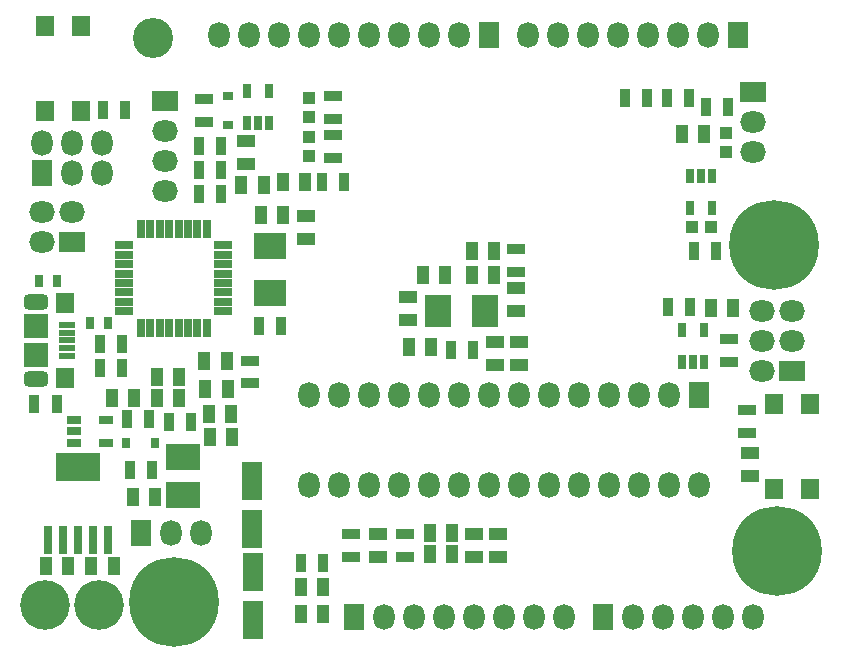
<source format=gts>
G04*
G04 #@! TF.GenerationSoftware,Altium Limited,Altium Designer,22.7.1 (60)*
G04*
G04 Layer_Color=8388736*
%FSLAX44Y44*%
%MOMM*%
G71*
G04*
G04 #@! TF.SameCoordinates,93D02D30-53BF-4241-BF36-2AC50CD89F1B*
G04*
G04*
G04 #@! TF.FilePolarity,Negative*
G04*
G01*
G75*
%ADD37R,0.7588X0.8858*%
%ADD38R,0.8858X0.7588*%
%ADD39R,1.4500X0.5000*%
%ADD40R,1.6000X1.8000*%
%ADD41R,2.1000X2.1000*%
%ADD42R,0.9000X1.5000*%
%ADD43R,0.7500X1.2000*%
%ADD44R,1.5000X0.9000*%
%ADD45R,1.1000X1.5000*%
%ADD46R,0.8000X1.1000*%
%ADD47R,1.6200X0.6700*%
%ADD48R,0.6700X1.6200*%
%ADD49R,1.5000X1.1000*%
%ADD50R,1.0000X1.0000*%
%ADD51R,1.0000X1.0000*%
%ADD52R,1.6000X1.8000*%
%ADD53R,2.2000X2.7000*%
%ADD54R,2.7000X2.2000*%
%ADD55R,1.2000X0.7500*%
%ADD56R,3.7000X2.4000*%
%ADD57R,0.8000X2.4000*%
%ADD58R,2.9000X2.2000*%
%ADD59R,1.8000X3.2000*%
%ADD60O,2.2000X1.8000*%
%ADD61R,2.2000X1.8000*%
%ADD62O,1.8000X2.2000*%
%ADD63R,1.8000X2.2000*%
%ADD64C,4.2000*%
G04:AMPARAMS|DCode=65|XSize=2.1mm|YSize=1.3mm|CornerRadius=0.41mm|HoleSize=0mm|Usage=FLASHONLY|Rotation=0.000|XOffset=0mm|YOffset=0mm|HoleType=Round|Shape=RoundedRectangle|*
%AMROUNDEDRECTD65*
21,1,2.1000,0.4800,0,0,0.0*
21,1,1.2800,1.3000,0,0,0.0*
1,1,0.8200,0.6400,-0.2400*
1,1,0.8200,-0.6400,-0.2400*
1,1,0.8200,-0.6400,0.2400*
1,1,0.8200,0.6400,0.2400*
%
%ADD65ROUNDEDRECTD65*%
%ADD66C,3.4000*%
%ADD67C,7.6000*%
D37*
X94488Y172720D02*
D03*
X118872D02*
D03*
D38*
X180340Y466852D02*
D03*
Y442468D02*
D03*
D39*
X44530Y272780D02*
D03*
Y266280D02*
D03*
Y259780D02*
D03*
Y253280D02*
D03*
Y246780D02*
D03*
D40*
X42280Y291780D02*
D03*
Y227780D02*
D03*
D41*
X17780Y271780D02*
D03*
Y247780D02*
D03*
D42*
X571750Y288500D02*
D03*
X552750D02*
D03*
X259740Y393700D02*
D03*
X278740D02*
D03*
X155600Y424180D02*
D03*
X174600D02*
D03*
X116180Y149860D02*
D03*
X97180D02*
D03*
X113640Y193040D02*
D03*
X94640D02*
D03*
X155600Y403860D02*
D03*
X174600D02*
D03*
X241960Y71120D02*
D03*
X260960D02*
D03*
X603860Y457200D02*
D03*
X584860D02*
D03*
X574700Y335280D02*
D03*
X593700D02*
D03*
X368960Y251460D02*
D03*
X387960D02*
D03*
X516280Y464820D02*
D03*
X535280D02*
D03*
X551840D02*
D03*
X570840D02*
D03*
X206400Y271780D02*
D03*
X225400D02*
D03*
X155600Y383540D02*
D03*
X174600D02*
D03*
X93320Y454660D02*
D03*
X74320D02*
D03*
X16560Y205740D02*
D03*
X35560D02*
D03*
X71780Y256540D02*
D03*
X90780D02*
D03*
X71780Y236220D02*
D03*
X90780D02*
D03*
X130200Y190500D02*
D03*
X149200D02*
D03*
D43*
X583750Y241500D02*
D03*
X574250D02*
D03*
X564750D02*
D03*
X583750Y268500D02*
D03*
X564750D02*
D03*
X215240Y443700D02*
D03*
X205740D02*
D03*
X196240D02*
D03*
X215240Y470700D02*
D03*
X196240D02*
D03*
X571500Y398780D02*
D03*
X581000D02*
D03*
X590500D02*
D03*
X571500Y371780D02*
D03*
X590500D02*
D03*
D44*
X619760Y200660D02*
D03*
Y181660D02*
D03*
X160020Y464160D02*
D03*
Y445160D02*
D03*
X604520Y241960D02*
D03*
Y260960D02*
D03*
X330200Y95860D02*
D03*
Y76860D02*
D03*
X269240Y433680D02*
D03*
Y414680D02*
D03*
Y466700D02*
D03*
Y447700D02*
D03*
X284480Y95860D02*
D03*
Y76860D02*
D03*
X424180Y318160D02*
D03*
Y337160D02*
D03*
X199000Y242750D02*
D03*
Y223750D02*
D03*
D45*
X226720Y393700D02*
D03*
X245720D02*
D03*
X165000Y178250D02*
D03*
X184000D02*
D03*
X100940Y210820D02*
D03*
X81940D02*
D03*
X210820Y391160D02*
D03*
X191820D02*
D03*
X608280Y287020D02*
D03*
X589280D02*
D03*
X118720Y127000D02*
D03*
X99720D02*
D03*
X64820Y68580D02*
D03*
X83820D02*
D03*
X26060D02*
D03*
X45060D02*
D03*
X364440Y314960D02*
D03*
X345440D02*
D03*
X352400Y254000D02*
D03*
X333400D02*
D03*
X351180Y78740D02*
D03*
X370180D02*
D03*
X405740Y314960D02*
D03*
X386740D02*
D03*
X241960Y27940D02*
D03*
X260960D02*
D03*
X260960Y50800D02*
D03*
X241960D02*
D03*
X351180Y96520D02*
D03*
X370180D02*
D03*
X386740Y335280D02*
D03*
X405740D02*
D03*
X227280Y365760D02*
D03*
X208280D02*
D03*
X564540Y434340D02*
D03*
X583540D02*
D03*
X160250Y242000D02*
D03*
X179250D02*
D03*
X139040Y228600D02*
D03*
X120040D02*
D03*
X139040Y210820D02*
D03*
X120040D02*
D03*
X161250Y218500D02*
D03*
X180250D02*
D03*
X164250Y197500D02*
D03*
X183250D02*
D03*
D46*
X78620Y274320D02*
D03*
X63620D02*
D03*
X20440Y309880D02*
D03*
X35440D02*
D03*
D47*
X92620Y284420D02*
D03*
Y292420D02*
D03*
Y300420D02*
D03*
Y308420D02*
D03*
Y316420D02*
D03*
Y324420D02*
D03*
Y332420D02*
D03*
Y340420D02*
D03*
X176620D02*
D03*
Y332420D02*
D03*
Y324420D02*
D03*
Y316420D02*
D03*
Y308420D02*
D03*
Y300420D02*
D03*
Y292420D02*
D03*
Y284420D02*
D03*
D48*
X106620Y270420D02*
D03*
Y354420D02*
D03*
X114620Y270420D02*
D03*
Y354420D02*
D03*
X122620Y270420D02*
D03*
Y354420D02*
D03*
X130620Y270420D02*
D03*
Y354420D02*
D03*
X138620Y270420D02*
D03*
Y354420D02*
D03*
X146620Y270420D02*
D03*
Y354420D02*
D03*
X154620Y270420D02*
D03*
Y354420D02*
D03*
X162620Y270420D02*
D03*
Y354420D02*
D03*
D49*
X307340Y95860D02*
D03*
Y76860D02*
D03*
X426720Y258420D02*
D03*
Y239420D02*
D03*
X195580Y409600D02*
D03*
Y428600D02*
D03*
X622300Y145440D02*
D03*
Y164440D02*
D03*
X424180Y285140D02*
D03*
Y304140D02*
D03*
X388620Y76860D02*
D03*
Y95860D02*
D03*
X406400Y258420D02*
D03*
Y239420D02*
D03*
X408940Y76860D02*
D03*
Y95860D02*
D03*
X332740Y277520D02*
D03*
Y296520D02*
D03*
X246380Y365100D02*
D03*
Y346100D02*
D03*
D50*
X601980Y435100D02*
D03*
Y419100D02*
D03*
X248920Y415800D02*
D03*
Y431800D02*
D03*
Y448820D02*
D03*
Y464820D02*
D03*
D51*
X573280Y355600D02*
D03*
X589280D02*
D03*
D52*
X55640Y526220D02*
D03*
X25640D02*
D03*
X55640Y454220D02*
D03*
X25640D02*
D03*
X642860Y134180D02*
D03*
X672860D02*
D03*
X642860Y206180D02*
D03*
X672860D02*
D03*
D53*
X358460Y284480D02*
D03*
X398460D02*
D03*
D54*
X215900Y300040D02*
D03*
Y340040D02*
D03*
D55*
X50000Y173380D02*
D03*
Y182880D02*
D03*
Y192380D02*
D03*
X77000Y173380D02*
D03*
Y192380D02*
D03*
D56*
X53340Y152920D02*
D03*
D57*
X78740Y90920D02*
D03*
X66040D02*
D03*
X53340D02*
D03*
X40640D02*
D03*
X27940D02*
D03*
D58*
X142240Y160780D02*
D03*
Y128780D02*
D03*
D59*
X202000Y23000D02*
D03*
Y64000D02*
D03*
X200750Y100000D02*
D03*
Y141000D02*
D03*
D60*
X22860Y368300D02*
D03*
Y342900D02*
D03*
X48260Y368300D02*
D03*
X127000Y436880D02*
D03*
Y386080D02*
D03*
Y411480D02*
D03*
X624840Y419100D02*
D03*
Y444500D02*
D03*
X657860Y259080D02*
D03*
Y284480D02*
D03*
X632460Y233680D02*
D03*
Y259080D02*
D03*
Y284480D02*
D03*
D61*
X48260Y342900D02*
D03*
X127000Y462280D02*
D03*
X624840Y469900D02*
D03*
X657860Y233680D02*
D03*
D62*
X325120Y518160D02*
D03*
X350520D02*
D03*
X172720D02*
D03*
X198120D02*
D03*
X223520D02*
D03*
X248920D02*
D03*
X274320D02*
D03*
X299720D02*
D03*
X375920D02*
D03*
X574040Y25400D02*
D03*
X548640D02*
D03*
X624840D02*
D03*
X599440D02*
D03*
X523240D02*
D03*
X48260Y401320D02*
D03*
X73660D02*
D03*
X22860Y426720D02*
D03*
X48260D02*
D03*
X73660D02*
D03*
X249100Y137300D02*
D03*
X274500D02*
D03*
X299900D02*
D03*
X325300D02*
D03*
X350700D02*
D03*
X376100D02*
D03*
X401500D02*
D03*
X426900D02*
D03*
X452300D02*
D03*
X477700D02*
D03*
X503100D02*
D03*
X528500D02*
D03*
X553900D02*
D03*
X579300D02*
D03*
X249100Y213500D02*
D03*
X274500D02*
D03*
X299900D02*
D03*
X325300D02*
D03*
X350700D02*
D03*
X376100D02*
D03*
X401500D02*
D03*
X426900D02*
D03*
X452300D02*
D03*
X477700D02*
D03*
X503100D02*
D03*
X528500D02*
D03*
X553900D02*
D03*
X535940Y518160D02*
D03*
X561340D02*
D03*
X434340D02*
D03*
X459740D02*
D03*
X485140D02*
D03*
X510540D02*
D03*
X586740D02*
D03*
X132080Y96520D02*
D03*
X157480D02*
D03*
X312420Y25400D02*
D03*
X388620D02*
D03*
X414020D02*
D03*
X439420D02*
D03*
X464820D02*
D03*
X337820D02*
D03*
X363220D02*
D03*
D63*
X401320Y518160D02*
D03*
X497840Y25400D02*
D03*
X22860Y401320D02*
D03*
X579300Y213500D02*
D03*
X612140Y518160D02*
D03*
X106680Y96520D02*
D03*
X287020Y25400D02*
D03*
D64*
X25400Y35560D02*
D03*
X71120D02*
D03*
D65*
X17780Y292780D02*
D03*
Y226780D02*
D03*
D66*
X116840Y515620D02*
D03*
D67*
X134620Y38100D02*
D03*
X642620Y340360D02*
D03*
X645160Y81280D02*
D03*
M02*

</source>
